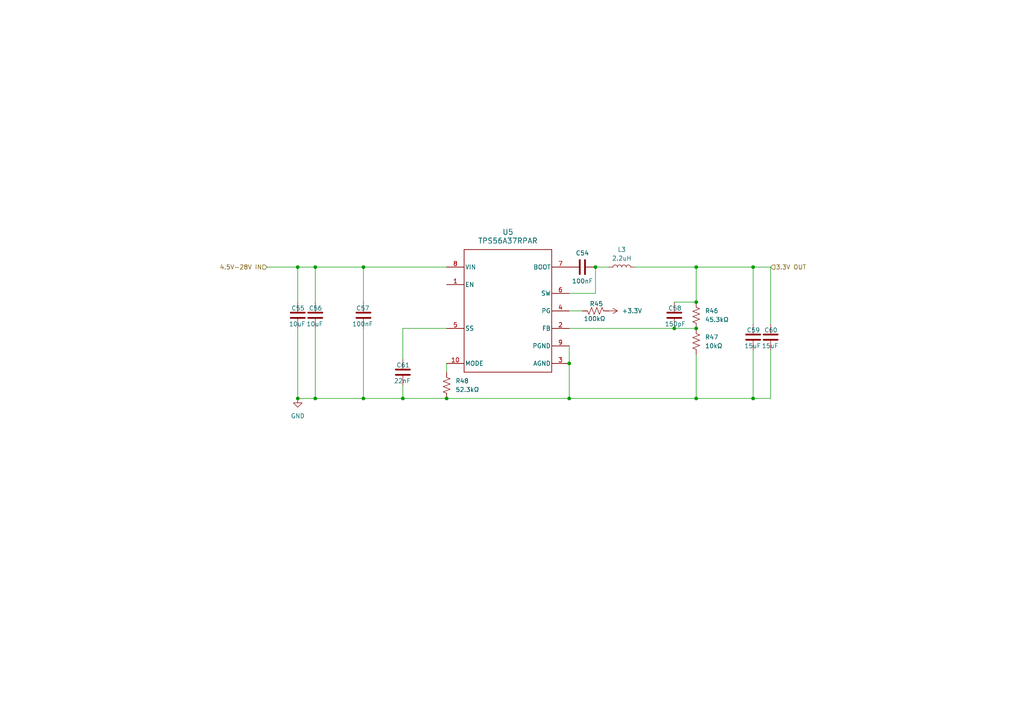
<source format=kicad_sch>
(kicad_sch (version 20231120) (generator "eeschema") (generator_version "8.0")
  (paper "A4")
  (lib_symbols
    (symbol "CM5IO:TPS56A37RPAR" (pin_names (offset 0.254))
      (property "Reference" "U" (at 0 2.54 0))
      (property "Value" "TPS56A37RPAR" (at 0 0 0))
      (symbol "TPS56A37RPAR_0_1"
        (polyline (pts (xy 5.08 -30.48) (xy 30.48 -30.48)) (stroke (width 0.2032)))
        (polyline (pts (xy 5.08 5.08) (xy 5.08 -30.48)) (stroke (width 0.2032)))
        (polyline (pts (xy 30.48 -30.48) (xy 30.48 5.08)) (stroke (width 0.2032)))
        (polyline (pts (xy 30.48 5.08) (xy 5.08 5.08)) (stroke (width 0.2032)))
        (pin input line (at 0 -5.08 0) (length 5.08) (name "EN") (number "1"))
        (pin unspecified line (at 0 -27.94 0) (length 5.08) (name "MODE") (number "10"))
        (pin unspecified line (at 35.56 -17.78 180) (length 5.08) (name "FB") (number "2"))
        (pin power_in line (at 35.56 -27.94 180) (length 5.08) (name "AGND") (number "3"))
        (pin open_collector line (at 35.56 -12.7 180) (length 5.08) (name "PG") (number "4"))
        (pin unspecified line (at 0 -17.78 0) (length 5.08) (name "SS") (number "5"))
        (pin unspecified line (at 35.56 -7.62 180) (length 5.08) (name "SW") (number "6"))
        (pin unspecified line (at 35.56 0 180) (length 5.08) (name "BOOT") (number "7"))
        (pin power_in line (at 0 0 0) (length 5.08) (name "VIN") (number "8"))
        (pin power_in line (at 35.56 -22.86 180) (length 5.08) (name "PGND") (number "9"))
      )
    )
    (symbol "Device:C" (pin_numbers hide) (pin_names (offset 0.254))
      (property "Reference" "C" (at 0.635 2.54 0))
      (property "Value" "C" (at 0.635 -2.54 0))
      (symbol "C_0_1"
        (polyline (pts (xy -2.032 -0.762) (xy 2.032 -0.762)) (stroke (width 0.508)))
        (polyline (pts (xy -2.032 0.762) (xy 2.032 0.762)) (stroke (width 0.508)))
      )
      (symbol "C_1_1"
        (pin passive line (at 0 3.81 270) (length 2.794) (name "~") (number "1"))
        (pin passive line (at 0 -3.81 90) (length 2.794) (name "~") (number "2"))
      )
    )
    (symbol "Device:L" (pin_numbers hide) (pin_names (offset 1.016) hide)
      (property "Reference" "L" (at -1.27 0 90))
      (property "Value" "L" (at 1.905 0 90))
      (symbol "L_0_1"
        (arc (start 0 -2.54) (mid 0.6323 -1.905) (end 0 -1.27))
        (arc (start 0 -1.27) (mid 0.6323 -0.635) (end 0 0))
        (arc (start 0 0) (mid 0.6323 0.635) (end 0 1.27))
        (arc (start 0 1.27) (mid 0.6323 1.905) (end 0 2.54))
      )
      (symbol "L_1_1"
        (pin passive line (at 0 3.81 270) (length 1.27) (name "1") (number "1"))
        (pin passive line (at 0 -3.81 90) (length 1.27) (name "2") (number "2"))
      )
    )
    (symbol "Device:R_US" (pin_numbers hide) (pin_names (offset 0))
      (property "Reference" "R" (at 2.54 0 90))
      (property "Value" "R_US" (at -2.54 0 90))
      (symbol "R_US_0_1"
        (polyline (pts (xy 0 -2.286) (xy 0 -2.54)))
        (polyline (pts (xy 0 2.286) (xy 0 2.54)))
        (polyline (pts (xy 0 -0.762) (xy 1.016 -1.143) (xy 0 -1.524) (xy -1.016 -1.905) (xy 0 -2.286)))
        (polyline (pts (xy 0 0.762) (xy 1.016 0.381) (xy 0 0) (xy -1.016 -0.381) (xy 0 -0.762)))
        (polyline (pts (xy 0 2.286) (xy 1.016 1.905) (xy 0 1.524) (xy -1.016 1.143) (xy 0 0.762)))
      )
      (symbol "R_US_1_1"
        (pin passive line (at 0 3.81 270) (length 1.27) (name "~") (number "1"))
        (pin passive line (at 0 -3.81 90) (length 1.27) (name "~") (number "2"))
      )
    )
    (symbol "power:+3.3V" (power) (pin_numbers hide) (pin_names (offset 0) hide)
      (property "Value" "+3.3V" (at 0 3.556 0))
      (symbol "+3.3V_0_1"
        (polyline (pts (xy -0.762 1.27) (xy 0 2.54)))
        (polyline (pts (xy 0 0) (xy 0 2.54)))
        (polyline (pts (xy 0 2.54) (xy 0.762 1.27)))
      )
      (symbol "+3.3V_1_1"
        (pin power_in line (at 0 0 90) (length 0) (name "~") (number "1"))
      )
    )
    (symbol "power:GND" (power) (pin_numbers hide) (pin_names (offset 0) hide)
      (property "Value" "GND" (at 0 -3.81 0))
      (symbol "GND_0_1"
        (polyline (pts (xy 0 0) (xy 0 -1.27) (xy 1.27 -1.27) (xy 0 -2.54) (xy -1.27 -1.27) (xy 0 -1.27)))
      )
      (symbol "GND_1_1"
        (pin power_in line (at 0 0 270) (length 0) (name "~") (number "1"))
      )
    )
  )
  (junction (at 218.44 115.57))
  (junction (at 91.44 77.47))
  (junction (at 129.54 115.57))
  (junction (at 105.41 77.47))
  (junction (at 86.36 115.57))
  (junction (at 105.41 115.57))
  (junction (at 91.44 115.57))
  (junction (at 218.44 77.47))
  (junction (at 201.93 115.57))
  (junction (at 172.72 77.47))
  (junction (at 165.1 105.41))
  (junction (at 201.93 77.47))
  (junction (at 201.93 87.63))
  (junction (at 165.1 115.57))
  (junction (at 116.84 115.57))
  (junction (at 86.36 77.47))
  (junction (at 195.58 95.25))
  (junction (at 201.93 95.25))
  (wire (pts (xy 165.1 95.25) (xy 195.58 95.25)))
  (wire (pts (xy 165.1 85.09) (xy 172.72 85.09)))
  (wire (pts (xy 201.93 77.47) (xy 218.44 77.47)))
  (wire (pts (xy 116.84 115.57) (xy 116.84 111.76)))
  (wire (pts (xy 165.1 90.17) (xy 168.91 90.17)))
  (wire (pts (xy 201.93 115.57) (xy 165.1 115.57)))
  (wire (pts (xy 218.44 93.98) (xy 218.44 77.47)))
  (wire (pts (xy 116.84 95.25) (xy 129.54 95.25)))
  (wire (pts (xy 129.54 107.95) (xy 129.54 105.41)))
  (wire (pts (xy 201.93 77.47) (xy 201.93 87.63)))
  (wire (pts (xy 86.36 115.57) (xy 91.44 115.57)))
  (wire (pts (xy 91.44 95.25) (xy 91.44 115.57)))
  (wire (pts (xy 165.1 100.33) (xy 165.1 105.41)))
  (wire (pts (xy 218.44 101.6) (xy 218.44 115.57)))
  (wire (pts (xy 165.1 105.41) (xy 165.1 115.57)))
  (wire (pts (xy 184.15 77.47) (xy 201.93 77.47)))
  (wire (pts (xy 129.54 115.57) (xy 165.1 115.57)))
  (wire (pts (xy 86.36 87.63) (xy 86.36 77.47)))
  (wire (pts (xy 218.44 115.57) (xy 201.93 115.57)))
  (wire (pts (xy 77.47 77.47) (xy 86.36 77.47)))
  (wire (pts (xy 223.52 115.57) (xy 218.44 115.57)))
  (wire (pts (xy 201.93 102.87) (xy 201.93 115.57)))
  (wire (pts (xy 91.44 87.63) (xy 91.44 77.47)))
  (wire (pts (xy 86.36 95.25) (xy 86.36 115.57)))
  (wire (pts (xy 105.41 87.63) (xy 105.41 77.47)))
  (wire (pts (xy 223.52 101.6) (xy 223.52 115.57)))
  (wire (pts (xy 176.53 77.47) (xy 172.72 77.47)))
  (wire (pts (xy 105.41 115.57) (xy 116.84 115.57)))
  (wire (pts (xy 91.44 115.57) (xy 105.41 115.57)))
  (wire (pts (xy 105.41 77.47) (xy 129.54 77.47)))
  (wire (pts (xy 116.84 104.14) (xy 116.84 95.25)))
  (wire (pts (xy 105.41 95.25) (xy 105.41 115.57)))
  (wire (pts (xy 195.58 87.63) (xy 201.93 87.63)))
  (wire (pts (xy 218.44 77.47) (xy 223.52 77.47)))
  (wire (pts (xy 223.52 93.98) (xy 223.52 77.47)))
  (wire (pts (xy 116.84 115.57) (xy 129.54 115.57)))
  (wire (pts (xy 91.44 77.47) (xy 105.41 77.47)))
  (wire (pts (xy 195.58 95.25) (xy 201.93 95.25)))
  (wire (pts (xy 172.72 85.09) (xy 172.72 77.47)))
  (wire (pts (xy 86.36 77.47) (xy 91.44 77.47)))
  (hierarchical_label "4.5V-28V IN" (shape input) (at 77.47 77.47 180))
  (hierarchical_label "3.3V OUT" (shape input) (at 223.52 77.47 0))
  (symbol (lib_id "power:+3.3V") (at 176.53 90.17 270) (mirror x) (unit 1)
    (property "Reference" "#PWR044" (effects (hide yes)))
    (property "Value" "+3.3V" (at 180.34 90.1699 90) (effects (justify left)))
    (property "Description" "Power symbol creates a global label with name \"+3.3V\"" (effects (hide yes)))
    (instances (project "" (path "" (reference "#PWR044") (unit 1))) (project "PiPortable" (path "" (reference "#PWR094") (unit 1))))
  )
  (symbol (lib_id "Device:C") (at 218.44 97.79 0) (mirror x) (unit 1)
    (property "Reference" "C59" (at 220.472 95.758 0) (effects (justify right)))
    (property "Value" "15uF" (at 220.726 100.33 0) (effects (justify right)))
    (property "Footprint" "Capacitor_SMD:C_0603_1608Metric_Pad1.08x0.95mm_HandSolder" (effects (hide yes)))
    (property "Description" "Unpolarized capacitor" (effects (hide yes)))
    (instances (project "" (path "" (reference "C59") (unit 1))) (project "PiPortable" (path "" (reference "C16") (unit 1))))
  )
  (symbol (lib_id "CM5IO:TPS56A37RPAR") (at 129.54 77.47 0) (unit 1)
    (property "Reference" "U5" (at 147.32 67.31 0) (effects (font (size 1.524 1.524))))
    (property "Value" "TPS56A37RPAR" (at 147.32 69.85 0) (effects (font (size 1.524 1.524))))
    (property "Footprint" "CM5IO:RPA0010A-MFG" (effects (hide yes)))
    (property "Datasheet" "TPS56A37RPAR" (effects (hide yes)))
    (instances (project "" (path "" (reference "U5") (unit 1))) (project "PiPortable" (path "" (reference "U14") (unit 1))))
  )
  (symbol (lib_id "Device:C") (at 195.58 91.44 180) (unit 1)
    (property "Reference" "C58" (at 193.802 89.408 0) (effects (justify right)))
    (property "Value" "150pF" (at 192.786 93.98 0) (effects (justify right)))
    (property "Footprint" "Capacitor_SMD:C_0603_1608Metric_Pad1.08x0.95mm_HandSolder" (effects (hide yes)))
    (property "Description" "Unpolarized capacitor" (effects (hide yes)))
    (instances (project "" (path "" (reference "C58") (unit 1))) (project "PiPortable" (path "" (reference "C15") (unit 1))))
  )
  (symbol (lib_id "Device:R_US") (at 201.93 99.06 0) (unit 1)
    (property "Reference" "R47" (at 204.47 97.7899 0) (effects (justify left)))
    (property "Value" "10kΩ" (at 204.47 100.3299 0) (effects (justify left)))
    (property "Footprint" "Resistor_SMD:R_0402_1005Metric_Pad0.72x0.64mm_HandSolder" (effects (hide yes)))
    (property "Description" "Resistor, US symbol" (effects (hide yes)))
    (instances (project "" (path "" (reference "R47") (unit 1))) (project "PiPortable" (path "" (reference "R61") (unit 1))))
  )
  (symbol (lib_id "Device:C") (at 223.52 97.79 0) (mirror x) (unit 1)
    (property "Reference" "C60" (at 225.552 95.758 0) (effects (justify right)))
    (property "Value" "15uF" (at 225.806 100.33 0) (effects (justify right)))
    (property "Footprint" "Capacitor_SMD:C_0603_1608Metric_Pad1.08x0.95mm_HandSolder" (effects (hide yes)))
    (property "Description" "Unpolarized capacitor" (effects (hide yes)))
    (instances (project "" (path "" (reference "C60") (unit 1))) (project "PiPortable" (path "" (reference "C17") (unit 1))))
  )
  (symbol (lib_id "Device:C") (at 116.84 107.95 0) (mirror x) (unit 1)
    (property "Reference" "C61" (at 118.872 105.918 0) (effects (justify right)))
    (property "Value" "22nF" (at 119.126 110.49 0) (effects (justify right)))
    (property "Footprint" "Capacitor_SMD:C_0402_1005Metric_Pad0.74x0.62mm_HandSolder" (effects (hide yes)))
    (property "Description" "Unpolarized capacitor" (effects (hide yes)))
    (instances (project "" (path "" (reference "C61") (unit 1))) (project "PiPortable" (path "" (reference "C64") (unit 1))))
  )
  (symbol (lib_id "Device:C") (at 168.91 77.47 90) (unit 1)
    (property "Reference" "C54" (at 168.91 73.406 90))
    (property "Value" "100nF" (at 168.91 81.534 90))
    (property "Footprint" "Capacitor_SMD:C_0402_1005Metric_Pad0.74x0.62mm_HandSolder" (effects (hide yes)))
    (property "Description" "Unpolarized capacitor" (effects (hide yes)))
    (instances (project "" (path "" (reference "C54") (unit 1))) (project "PiPortable" (path "" (reference "C11") (unit 1))))
  )
  (symbol (lib_id "Device:R_US") (at 201.93 91.44 0) (unit 1)
    (property "Reference" "R46" (at 204.47 90.1699 0) (effects (justify left)))
    (property "Value" "45.3kΩ" (at 204.47 92.7099 0) (effects (justify left)))
    (property "Footprint" "Resistor_SMD:R_0402_1005Metric_Pad0.72x0.64mm_HandSolder" (effects (hide yes)))
    (property "Description" "Resistor, US symbol" (effects (hide yes)))
    (instances (project "" (path "" (reference "R46") (unit 1))) (project "PiPortable" (path "" (reference "R14") (unit 1))))
  )
  (symbol (lib_id "Device:C") (at 86.36 91.44 0) (mirror x) (unit 1)
    (property "Reference" "C55" (at 88.392 89.408 0) (effects (justify right)))
    (property "Value" "10uF" (at 88.646 93.98 0) (effects (justify right)))
    (property "Footprint" "Capacitor_SMD:C_0603_1608Metric_Pad1.08x0.95mm_HandSolder" (effects (hide yes)))
    (property "Description" "Unpolarized capacitor" (effects (hide yes)))
    (instances (project "" (path "" (reference "C55") (unit 1))) (project "PiPortable" (path "" (reference "C12") (unit 1))))
  )
  (symbol (lib_id "power:GND") (at 86.36 115.57 0) (unit 1)
    (property "Reference" "#PWR045" (effects (hide yes)))
    (property "Value" "GND" (at 86.36 120.65 0))
    (property "Description" "Power symbol creates a global label with name \"GND\" , ground" (effects (hide yes)))
    (instances (project "" (path "" (reference "#PWR045") (unit 1))) (project "PiPortable" (path "" (reference "#PWR095") (unit 1))))
  )
  (symbol (lib_id "Device:C") (at 105.41 91.44 0) (mirror x) (unit 1)
    (property "Reference" "C57" (at 107.188 89.408 0) (effects (justify right)))
    (property "Value" "100nF" (at 108.204 93.98 0) (effects (justify right)))
    (property "Footprint" "Capacitor_SMD:C_0402_1005Metric_Pad0.74x0.62mm_HandSolder" (effects (hide yes)))
    (property "Description" "Unpolarized capacitor" (effects (hide yes)))
    (instances (project "" (path "" (reference "C57") (unit 1))) (project "PiPortable" (path "" (reference "C14") (unit 1))))
  )
  (symbol (lib_id "Device:L") (at 180.34 77.47 90) (unit 1)
    (property "Reference" "L3" (at 180.34 72.39 90))
    (property "Value" "2.2uH" (at 180.34 74.93 90))
    (property "Footprint" "Inductor_SMD:L_Coilcraft_XAL7030-222" (effects (hide yes)))
    (property "Description" "Inductor" (effects (hide yes)))
    (instances (project "" (path "" (reference "L3") (unit 1))) (project "PiPortable" (path "" (reference "L2") (unit 1))))
  )
  (symbol (lib_id "Device:R_US") (at 172.72 90.17 270) (mirror x) (unit 1)
    (property "Reference" "R45" (at 172.974 88.138 90))
    (property "Value" "100kΩ" (at 172.466 92.456 90))
    (property "Footprint" "Resistor_SMD:R_0402_1005Metric_Pad0.72x0.64mm_HandSolder" (effects (hide yes)))
    (property "Description" "Resistor, US symbol" (effects (hide yes)))
    (instances (project "" (path "" (reference "R45") (unit 1))) (project "PiPortable" (path "" (reference "R13") (unit 1))))
  )
  (symbol (lib_id "Device:C") (at 91.44 91.44 0) (mirror x) (unit 1)
    (property "Reference" "C56" (at 93.472 89.408 0) (effects (justify right)))
    (property "Value" "10uF" (at 93.726 93.98 0) (effects (justify right)))
    (property "Footprint" "Capacitor_SMD:C_0603_1608Metric_Pad1.08x0.95mm_HandSolder" (effects (hide yes)))
    (property "Description" "Unpolarized capacitor" (effects (hide yes)))
    (instances (project "" (path "" (reference "C56") (unit 1))) (project "PiPortable" (path "" (reference "C13") (unit 1))))
  )
  (symbol (lib_id "Device:R_US") (at 129.54 111.76 0) (unit 1)
    (property "Reference" "R48" (at 132.08 110.4899 0) (effects (justify left)))
    (property "Value" "52.3kΩ" (at 132.08 113.0299 0) (effects (justify left)))
    (property "Footprint" "Resistor_SMD:R_0402_1005Metric_Pad0.72x0.64mm_HandSolder" (effects (hide yes)))
    (property "Description" "Resistor, US symbol" (effects (hide yes)))
    (instances (project "" (path "" (reference "R48") (unit 1))) (project "PiPortable" (path "" (reference "R62") (unit 1))))
  )
)
</source>
